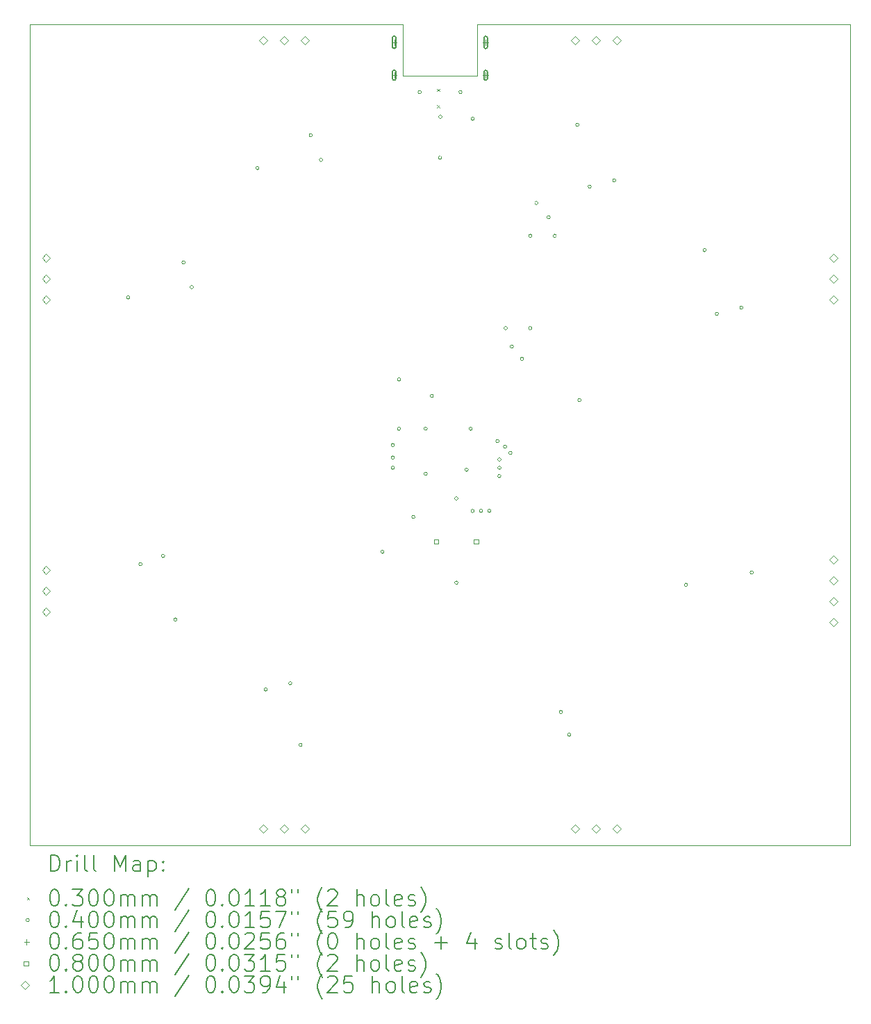
<source format=gbr>
%FSLAX45Y45*%
G04 Gerber Fmt 4.5, Leading zero omitted, Abs format (unit mm)*
G04 Created by KiCad (PCBNEW (6.0.5)) date 2022-06-26 21:28:53*
%MOMM*%
%LPD*%
G01*
G04 APERTURE LIST*
%TA.AperFunction,Profile*%
%ADD10C,0.100000*%
%TD*%
%ADD11C,0.200000*%
%ADD12C,0.030000*%
%ADD13C,0.040000*%
%ADD14C,0.064998*%
%ADD15C,0.080000*%
%ADD16C,0.100000*%
G04 APERTURE END LIST*
D10*
X24000000Y-3800000D02*
X24000000Y-13800000D01*
X24000000Y-13800000D02*
X14000000Y-13800000D01*
X14000000Y-13800000D02*
X14000000Y-3800000D01*
X19450000Y-3800000D02*
X19450000Y-4430000D01*
X18550000Y-3800000D02*
X14000000Y-3800000D01*
X19450000Y-3800000D02*
X24000000Y-3800000D01*
X19450000Y-4430000D02*
X18550000Y-4430000D01*
X18550000Y-4430000D02*
X18550000Y-3800000D01*
D11*
D12*
X18962450Y-4585000D02*
X18992450Y-4615000D01*
X18992450Y-4585000D02*
X18962450Y-4615000D01*
X18962450Y-4785000D02*
X18992450Y-4815000D01*
X18992450Y-4785000D02*
X18962450Y-4815000D01*
D13*
X15220000Y-7125000D02*
G75*
G03*
X15220000Y-7125000I-20000J0D01*
G01*
X15370000Y-10375000D02*
G75*
G03*
X15370000Y-10375000I-20000J0D01*
G01*
X15645000Y-10275000D02*
G75*
G03*
X15645000Y-10275000I-20000J0D01*
G01*
X15795000Y-11050000D02*
G75*
G03*
X15795000Y-11050000I-20000J0D01*
G01*
X15895000Y-6700000D02*
G75*
G03*
X15895000Y-6700000I-20000J0D01*
G01*
X15995000Y-7000000D02*
G75*
G03*
X15995000Y-7000000I-20000J0D01*
G01*
X16795000Y-5550000D02*
G75*
G03*
X16795000Y-5550000I-20000J0D01*
G01*
X16895000Y-11900000D02*
G75*
G03*
X16895000Y-11900000I-20000J0D01*
G01*
X17195000Y-11825000D02*
G75*
G03*
X17195000Y-11825000I-20000J0D01*
G01*
X17320000Y-12575000D02*
G75*
G03*
X17320000Y-12575000I-20000J0D01*
G01*
X17445000Y-5150000D02*
G75*
G03*
X17445000Y-5150000I-20000J0D01*
G01*
X17570000Y-5450000D02*
G75*
G03*
X17570000Y-5450000I-20000J0D01*
G01*
X18320000Y-10225000D02*
G75*
G03*
X18320000Y-10225000I-20000J0D01*
G01*
X18445000Y-8925000D02*
G75*
G03*
X18445000Y-8925000I-20000J0D01*
G01*
X18445000Y-9075000D02*
G75*
G03*
X18445000Y-9075000I-20000J0D01*
G01*
X18445000Y-9200000D02*
G75*
G03*
X18445000Y-9200000I-20000J0D01*
G01*
X18520000Y-8125000D02*
G75*
G03*
X18520000Y-8125000I-20000J0D01*
G01*
X18520000Y-8725000D02*
G75*
G03*
X18520000Y-8725000I-20000J0D01*
G01*
X18695000Y-9800000D02*
G75*
G03*
X18695000Y-9800000I-20000J0D01*
G01*
X18772550Y-4625000D02*
G75*
G03*
X18772550Y-4625000I-20000J0D01*
G01*
X18845000Y-8725000D02*
G75*
G03*
X18845000Y-8725000I-20000J0D01*
G01*
X18845000Y-9275000D02*
G75*
G03*
X18845000Y-9275000I-20000J0D01*
G01*
X18920000Y-8325000D02*
G75*
G03*
X18920000Y-8325000I-20000J0D01*
G01*
X19020000Y-5425000D02*
G75*
G03*
X19020000Y-5425000I-20000J0D01*
G01*
X19024288Y-4925762D02*
G75*
G03*
X19024288Y-4925762I-20000J0D01*
G01*
X19220000Y-9575000D02*
G75*
G03*
X19220000Y-9575000I-20000J0D01*
G01*
X19220000Y-10600000D02*
G75*
G03*
X19220000Y-10600000I-20000J0D01*
G01*
X19270000Y-4625000D02*
G75*
G03*
X19270000Y-4625000I-20000J0D01*
G01*
X19345000Y-9225000D02*
G75*
G03*
X19345000Y-9225000I-20000J0D01*
G01*
X19395000Y-8725000D02*
G75*
G03*
X19395000Y-8725000I-20000J0D01*
G01*
X19418261Y-9726396D02*
G75*
G03*
X19418261Y-9726396I-20000J0D01*
G01*
X19420000Y-4950000D02*
G75*
G03*
X19420000Y-4950000I-20000J0D01*
G01*
X19519607Y-9725000D02*
G75*
G03*
X19519607Y-9725000I-20000J0D01*
G01*
X19622350Y-9725000D02*
G75*
G03*
X19622350Y-9725000I-20000J0D01*
G01*
X19720000Y-8875000D02*
G75*
G03*
X19720000Y-8875000I-20000J0D01*
G01*
X19743629Y-9301371D02*
G75*
G03*
X19743629Y-9301371I-20000J0D01*
G01*
X19745000Y-9100000D02*
G75*
G03*
X19745000Y-9100000I-20000J0D01*
G01*
X19745000Y-9200000D02*
G75*
G03*
X19745000Y-9200000I-20000J0D01*
G01*
X19814048Y-8942882D02*
G75*
G03*
X19814048Y-8942882I-20000J0D01*
G01*
X19820000Y-7500000D02*
G75*
G03*
X19820000Y-7500000I-20000J0D01*
G01*
X19878164Y-9019558D02*
G75*
G03*
X19878164Y-9019558I-20000J0D01*
G01*
X19895000Y-7725000D02*
G75*
G03*
X19895000Y-7725000I-20000J0D01*
G01*
X20020000Y-7875000D02*
G75*
G03*
X20020000Y-7875000I-20000J0D01*
G01*
X20120000Y-6375000D02*
G75*
G03*
X20120000Y-6375000I-20000J0D01*
G01*
X20120000Y-7500000D02*
G75*
G03*
X20120000Y-7500000I-20000J0D01*
G01*
X20195000Y-5975000D02*
G75*
G03*
X20195000Y-5975000I-20000J0D01*
G01*
X20345000Y-6150000D02*
G75*
G03*
X20345000Y-6150000I-20000J0D01*
G01*
X20420000Y-6375000D02*
G75*
G03*
X20420000Y-6375000I-20000J0D01*
G01*
X20495000Y-12175000D02*
G75*
G03*
X20495000Y-12175000I-20000J0D01*
G01*
X20595000Y-12450000D02*
G75*
G03*
X20595000Y-12450000I-20000J0D01*
G01*
X20695000Y-5025000D02*
G75*
G03*
X20695000Y-5025000I-20000J0D01*
G01*
X20720000Y-8375000D02*
G75*
G03*
X20720000Y-8375000I-20000J0D01*
G01*
X20845000Y-5775000D02*
G75*
G03*
X20845000Y-5775000I-20000J0D01*
G01*
X21145000Y-5700000D02*
G75*
G03*
X21145000Y-5700000I-20000J0D01*
G01*
X22020000Y-10625000D02*
G75*
G03*
X22020000Y-10625000I-20000J0D01*
G01*
X22245000Y-6550000D02*
G75*
G03*
X22245000Y-6550000I-20000J0D01*
G01*
X22395000Y-7325000D02*
G75*
G03*
X22395000Y-7325000I-20000J0D01*
G01*
X22695000Y-7250000D02*
G75*
G03*
X22695000Y-7250000I-20000J0D01*
G01*
X22820000Y-10475000D02*
G75*
G03*
X22820000Y-10475000I-20000J0D01*
G01*
D14*
X18442000Y-3987001D02*
X18442000Y-4051999D01*
X18409501Y-4019500D02*
X18474499Y-4019500D01*
D11*
X18464499Y-4072002D02*
X18464499Y-3966998D01*
X18419501Y-4072002D02*
X18419501Y-3966998D01*
X18464499Y-3966998D02*
G75*
G03*
X18419501Y-3966998I-22499J0D01*
G01*
X18419501Y-4072002D02*
G75*
G03*
X18464499Y-4072002I22499J0D01*
G01*
D14*
X18442000Y-4387001D02*
X18442000Y-4451999D01*
X18409501Y-4419500D02*
X18474499Y-4419500D01*
D11*
X18464499Y-4457001D02*
X18464499Y-4382000D01*
X18419501Y-4457001D02*
X18419501Y-4382000D01*
X18464499Y-4382000D02*
G75*
G03*
X18419501Y-4382000I-22499J0D01*
G01*
X18419501Y-4457001D02*
G75*
G03*
X18464499Y-4457001I22499J0D01*
G01*
D14*
X19558000Y-3987001D02*
X19558000Y-4051999D01*
X19525501Y-4019500D02*
X19590499Y-4019500D01*
D11*
X19580499Y-4072002D02*
X19580499Y-3966998D01*
X19535501Y-4072002D02*
X19535501Y-3966998D01*
X19580499Y-3966998D02*
G75*
G03*
X19535501Y-3966998I-22499J0D01*
G01*
X19535501Y-4072002D02*
G75*
G03*
X19580499Y-4072002I22499J0D01*
G01*
D14*
X19558000Y-4387001D02*
X19558000Y-4451999D01*
X19525501Y-4419500D02*
X19590499Y-4419500D01*
D11*
X19580499Y-4457001D02*
X19580499Y-4382000D01*
X19535501Y-4457001D02*
X19535501Y-4382000D01*
X19580499Y-4382000D02*
G75*
G03*
X19535501Y-4382000I-22499J0D01*
G01*
X19535501Y-4457001D02*
G75*
G03*
X19580499Y-4457001I22499J0D01*
G01*
D15*
X18983285Y-10128285D02*
X18983285Y-10071716D01*
X18926716Y-10071716D01*
X18926716Y-10128285D01*
X18983285Y-10128285D01*
X19471285Y-10128285D02*
X19471285Y-10071716D01*
X19414716Y-10071716D01*
X19414716Y-10128285D01*
X19471285Y-10128285D01*
D16*
X14200000Y-6696000D02*
X14250000Y-6646000D01*
X14200000Y-6596000D01*
X14150000Y-6646000D01*
X14200000Y-6696000D01*
X14200000Y-6950000D02*
X14250000Y-6900000D01*
X14200000Y-6850000D01*
X14150000Y-6900000D01*
X14200000Y-6950000D01*
X14200000Y-7204000D02*
X14250000Y-7154000D01*
X14200000Y-7104000D01*
X14150000Y-7154000D01*
X14200000Y-7204000D01*
X14200000Y-10496000D02*
X14250000Y-10446000D01*
X14200000Y-10396000D01*
X14150000Y-10446000D01*
X14200000Y-10496000D01*
X14200000Y-10750000D02*
X14250000Y-10700000D01*
X14200000Y-10650000D01*
X14150000Y-10700000D01*
X14200000Y-10750000D01*
X14200000Y-11004000D02*
X14250000Y-10954000D01*
X14200000Y-10904000D01*
X14150000Y-10954000D01*
X14200000Y-11004000D01*
X16847500Y-4047500D02*
X16897500Y-3997500D01*
X16847500Y-3947500D01*
X16797500Y-3997500D01*
X16847500Y-4047500D01*
X16847500Y-13647500D02*
X16897500Y-13597500D01*
X16847500Y-13547500D01*
X16797500Y-13597500D01*
X16847500Y-13647500D01*
X17101500Y-4047500D02*
X17151500Y-3997500D01*
X17101500Y-3947500D01*
X17051500Y-3997500D01*
X17101500Y-4047500D01*
X17101500Y-13647500D02*
X17151500Y-13597500D01*
X17101500Y-13547500D01*
X17051500Y-13597500D01*
X17101500Y-13647500D01*
X17355500Y-4047500D02*
X17405500Y-3997500D01*
X17355500Y-3947500D01*
X17305500Y-3997500D01*
X17355500Y-4047500D01*
X17355500Y-13647500D02*
X17405500Y-13597500D01*
X17355500Y-13547500D01*
X17305500Y-13597500D01*
X17355500Y-13647500D01*
X20647500Y-4047500D02*
X20697500Y-3997500D01*
X20647500Y-3947500D01*
X20597500Y-3997500D01*
X20647500Y-4047500D01*
X20647500Y-13647500D02*
X20697500Y-13597500D01*
X20647500Y-13547500D01*
X20597500Y-13597500D01*
X20647500Y-13647500D01*
X20901500Y-4047500D02*
X20951500Y-3997500D01*
X20901500Y-3947500D01*
X20851500Y-3997500D01*
X20901500Y-4047500D01*
X20901500Y-13647500D02*
X20951500Y-13597500D01*
X20901500Y-13547500D01*
X20851500Y-13597500D01*
X20901500Y-13647500D01*
X21155500Y-4047500D02*
X21205500Y-3997500D01*
X21155500Y-3947500D01*
X21105500Y-3997500D01*
X21155500Y-4047500D01*
X21155500Y-13647500D02*
X21205500Y-13597500D01*
X21155500Y-13547500D01*
X21105500Y-13597500D01*
X21155500Y-13647500D01*
X23797500Y-10371000D02*
X23847500Y-10321000D01*
X23797500Y-10271000D01*
X23747500Y-10321000D01*
X23797500Y-10371000D01*
X23797500Y-10625000D02*
X23847500Y-10575000D01*
X23797500Y-10525000D01*
X23747500Y-10575000D01*
X23797500Y-10625000D01*
X23797500Y-10879000D02*
X23847500Y-10829000D01*
X23797500Y-10779000D01*
X23747500Y-10829000D01*
X23797500Y-10879000D01*
X23797500Y-11133000D02*
X23847500Y-11083000D01*
X23797500Y-11033000D01*
X23747500Y-11083000D01*
X23797500Y-11133000D01*
X23800000Y-6696000D02*
X23850000Y-6646000D01*
X23800000Y-6596000D01*
X23750000Y-6646000D01*
X23800000Y-6696000D01*
X23800000Y-6950000D02*
X23850000Y-6900000D01*
X23800000Y-6850000D01*
X23750000Y-6900000D01*
X23800000Y-6950000D01*
X23800000Y-7204000D02*
X23850000Y-7154000D01*
X23800000Y-7104000D01*
X23750000Y-7154000D01*
X23800000Y-7204000D01*
D11*
X14252619Y-14115476D02*
X14252619Y-13915476D01*
X14300238Y-13915476D01*
X14328809Y-13925000D01*
X14347857Y-13944048D01*
X14357381Y-13963095D01*
X14366905Y-14001190D01*
X14366905Y-14029762D01*
X14357381Y-14067857D01*
X14347857Y-14086905D01*
X14328809Y-14105952D01*
X14300238Y-14115476D01*
X14252619Y-14115476D01*
X14452619Y-14115476D02*
X14452619Y-13982143D01*
X14452619Y-14020238D02*
X14462143Y-14001190D01*
X14471667Y-13991667D01*
X14490714Y-13982143D01*
X14509762Y-13982143D01*
X14576428Y-14115476D02*
X14576428Y-13982143D01*
X14576428Y-13915476D02*
X14566905Y-13925000D01*
X14576428Y-13934524D01*
X14585952Y-13925000D01*
X14576428Y-13915476D01*
X14576428Y-13934524D01*
X14700238Y-14115476D02*
X14681190Y-14105952D01*
X14671667Y-14086905D01*
X14671667Y-13915476D01*
X14805000Y-14115476D02*
X14785952Y-14105952D01*
X14776428Y-14086905D01*
X14776428Y-13915476D01*
X15033571Y-14115476D02*
X15033571Y-13915476D01*
X15100238Y-14058333D01*
X15166905Y-13915476D01*
X15166905Y-14115476D01*
X15347857Y-14115476D02*
X15347857Y-14010714D01*
X15338333Y-13991667D01*
X15319286Y-13982143D01*
X15281190Y-13982143D01*
X15262143Y-13991667D01*
X15347857Y-14105952D02*
X15328809Y-14115476D01*
X15281190Y-14115476D01*
X15262143Y-14105952D01*
X15252619Y-14086905D01*
X15252619Y-14067857D01*
X15262143Y-14048809D01*
X15281190Y-14039286D01*
X15328809Y-14039286D01*
X15347857Y-14029762D01*
X15443095Y-13982143D02*
X15443095Y-14182143D01*
X15443095Y-13991667D02*
X15462143Y-13982143D01*
X15500238Y-13982143D01*
X15519286Y-13991667D01*
X15528809Y-14001190D01*
X15538333Y-14020238D01*
X15538333Y-14077381D01*
X15528809Y-14096428D01*
X15519286Y-14105952D01*
X15500238Y-14115476D01*
X15462143Y-14115476D01*
X15443095Y-14105952D01*
X15624048Y-14096428D02*
X15633571Y-14105952D01*
X15624048Y-14115476D01*
X15614524Y-14105952D01*
X15624048Y-14096428D01*
X15624048Y-14115476D01*
X15624048Y-13991667D02*
X15633571Y-14001190D01*
X15624048Y-14010714D01*
X15614524Y-14001190D01*
X15624048Y-13991667D01*
X15624048Y-14010714D01*
D12*
X13965000Y-14430000D02*
X13995000Y-14460000D01*
X13995000Y-14430000D02*
X13965000Y-14460000D01*
D11*
X14290714Y-14335476D02*
X14309762Y-14335476D01*
X14328809Y-14345000D01*
X14338333Y-14354524D01*
X14347857Y-14373571D01*
X14357381Y-14411667D01*
X14357381Y-14459286D01*
X14347857Y-14497381D01*
X14338333Y-14516428D01*
X14328809Y-14525952D01*
X14309762Y-14535476D01*
X14290714Y-14535476D01*
X14271667Y-14525952D01*
X14262143Y-14516428D01*
X14252619Y-14497381D01*
X14243095Y-14459286D01*
X14243095Y-14411667D01*
X14252619Y-14373571D01*
X14262143Y-14354524D01*
X14271667Y-14345000D01*
X14290714Y-14335476D01*
X14443095Y-14516428D02*
X14452619Y-14525952D01*
X14443095Y-14535476D01*
X14433571Y-14525952D01*
X14443095Y-14516428D01*
X14443095Y-14535476D01*
X14519286Y-14335476D02*
X14643095Y-14335476D01*
X14576428Y-14411667D01*
X14605000Y-14411667D01*
X14624048Y-14421190D01*
X14633571Y-14430714D01*
X14643095Y-14449762D01*
X14643095Y-14497381D01*
X14633571Y-14516428D01*
X14624048Y-14525952D01*
X14605000Y-14535476D01*
X14547857Y-14535476D01*
X14528809Y-14525952D01*
X14519286Y-14516428D01*
X14766905Y-14335476D02*
X14785952Y-14335476D01*
X14805000Y-14345000D01*
X14814524Y-14354524D01*
X14824048Y-14373571D01*
X14833571Y-14411667D01*
X14833571Y-14459286D01*
X14824048Y-14497381D01*
X14814524Y-14516428D01*
X14805000Y-14525952D01*
X14785952Y-14535476D01*
X14766905Y-14535476D01*
X14747857Y-14525952D01*
X14738333Y-14516428D01*
X14728809Y-14497381D01*
X14719286Y-14459286D01*
X14719286Y-14411667D01*
X14728809Y-14373571D01*
X14738333Y-14354524D01*
X14747857Y-14345000D01*
X14766905Y-14335476D01*
X14957381Y-14335476D02*
X14976428Y-14335476D01*
X14995476Y-14345000D01*
X15005000Y-14354524D01*
X15014524Y-14373571D01*
X15024048Y-14411667D01*
X15024048Y-14459286D01*
X15014524Y-14497381D01*
X15005000Y-14516428D01*
X14995476Y-14525952D01*
X14976428Y-14535476D01*
X14957381Y-14535476D01*
X14938333Y-14525952D01*
X14928809Y-14516428D01*
X14919286Y-14497381D01*
X14909762Y-14459286D01*
X14909762Y-14411667D01*
X14919286Y-14373571D01*
X14928809Y-14354524D01*
X14938333Y-14345000D01*
X14957381Y-14335476D01*
X15109762Y-14535476D02*
X15109762Y-14402143D01*
X15109762Y-14421190D02*
X15119286Y-14411667D01*
X15138333Y-14402143D01*
X15166905Y-14402143D01*
X15185952Y-14411667D01*
X15195476Y-14430714D01*
X15195476Y-14535476D01*
X15195476Y-14430714D02*
X15205000Y-14411667D01*
X15224048Y-14402143D01*
X15252619Y-14402143D01*
X15271667Y-14411667D01*
X15281190Y-14430714D01*
X15281190Y-14535476D01*
X15376428Y-14535476D02*
X15376428Y-14402143D01*
X15376428Y-14421190D02*
X15385952Y-14411667D01*
X15405000Y-14402143D01*
X15433571Y-14402143D01*
X15452619Y-14411667D01*
X15462143Y-14430714D01*
X15462143Y-14535476D01*
X15462143Y-14430714D02*
X15471667Y-14411667D01*
X15490714Y-14402143D01*
X15519286Y-14402143D01*
X15538333Y-14411667D01*
X15547857Y-14430714D01*
X15547857Y-14535476D01*
X15938333Y-14325952D02*
X15766905Y-14583095D01*
X16195476Y-14335476D02*
X16214524Y-14335476D01*
X16233571Y-14345000D01*
X16243095Y-14354524D01*
X16252619Y-14373571D01*
X16262143Y-14411667D01*
X16262143Y-14459286D01*
X16252619Y-14497381D01*
X16243095Y-14516428D01*
X16233571Y-14525952D01*
X16214524Y-14535476D01*
X16195476Y-14535476D01*
X16176428Y-14525952D01*
X16166905Y-14516428D01*
X16157381Y-14497381D01*
X16147857Y-14459286D01*
X16147857Y-14411667D01*
X16157381Y-14373571D01*
X16166905Y-14354524D01*
X16176428Y-14345000D01*
X16195476Y-14335476D01*
X16347857Y-14516428D02*
X16357381Y-14525952D01*
X16347857Y-14535476D01*
X16338333Y-14525952D01*
X16347857Y-14516428D01*
X16347857Y-14535476D01*
X16481190Y-14335476D02*
X16500238Y-14335476D01*
X16519286Y-14345000D01*
X16528809Y-14354524D01*
X16538333Y-14373571D01*
X16547857Y-14411667D01*
X16547857Y-14459286D01*
X16538333Y-14497381D01*
X16528809Y-14516428D01*
X16519286Y-14525952D01*
X16500238Y-14535476D01*
X16481190Y-14535476D01*
X16462143Y-14525952D01*
X16452619Y-14516428D01*
X16443095Y-14497381D01*
X16433571Y-14459286D01*
X16433571Y-14411667D01*
X16443095Y-14373571D01*
X16452619Y-14354524D01*
X16462143Y-14345000D01*
X16481190Y-14335476D01*
X16738333Y-14535476D02*
X16624048Y-14535476D01*
X16681190Y-14535476D02*
X16681190Y-14335476D01*
X16662143Y-14364048D01*
X16643095Y-14383095D01*
X16624048Y-14392619D01*
X16928810Y-14535476D02*
X16814524Y-14535476D01*
X16871667Y-14535476D02*
X16871667Y-14335476D01*
X16852619Y-14364048D01*
X16833571Y-14383095D01*
X16814524Y-14392619D01*
X17043095Y-14421190D02*
X17024048Y-14411667D01*
X17014524Y-14402143D01*
X17005000Y-14383095D01*
X17005000Y-14373571D01*
X17014524Y-14354524D01*
X17024048Y-14345000D01*
X17043095Y-14335476D01*
X17081190Y-14335476D01*
X17100238Y-14345000D01*
X17109762Y-14354524D01*
X17119286Y-14373571D01*
X17119286Y-14383095D01*
X17109762Y-14402143D01*
X17100238Y-14411667D01*
X17081190Y-14421190D01*
X17043095Y-14421190D01*
X17024048Y-14430714D01*
X17014524Y-14440238D01*
X17005000Y-14459286D01*
X17005000Y-14497381D01*
X17014524Y-14516428D01*
X17024048Y-14525952D01*
X17043095Y-14535476D01*
X17081190Y-14535476D01*
X17100238Y-14525952D01*
X17109762Y-14516428D01*
X17119286Y-14497381D01*
X17119286Y-14459286D01*
X17109762Y-14440238D01*
X17100238Y-14430714D01*
X17081190Y-14421190D01*
X17195476Y-14335476D02*
X17195476Y-14373571D01*
X17271667Y-14335476D02*
X17271667Y-14373571D01*
X17566905Y-14611667D02*
X17557381Y-14602143D01*
X17538333Y-14573571D01*
X17528810Y-14554524D01*
X17519286Y-14525952D01*
X17509762Y-14478333D01*
X17509762Y-14440238D01*
X17519286Y-14392619D01*
X17528810Y-14364048D01*
X17538333Y-14345000D01*
X17557381Y-14316428D01*
X17566905Y-14306905D01*
X17633571Y-14354524D02*
X17643095Y-14345000D01*
X17662143Y-14335476D01*
X17709762Y-14335476D01*
X17728810Y-14345000D01*
X17738333Y-14354524D01*
X17747857Y-14373571D01*
X17747857Y-14392619D01*
X17738333Y-14421190D01*
X17624048Y-14535476D01*
X17747857Y-14535476D01*
X17985952Y-14535476D02*
X17985952Y-14335476D01*
X18071667Y-14535476D02*
X18071667Y-14430714D01*
X18062143Y-14411667D01*
X18043095Y-14402143D01*
X18014524Y-14402143D01*
X17995476Y-14411667D01*
X17985952Y-14421190D01*
X18195476Y-14535476D02*
X18176429Y-14525952D01*
X18166905Y-14516428D01*
X18157381Y-14497381D01*
X18157381Y-14440238D01*
X18166905Y-14421190D01*
X18176429Y-14411667D01*
X18195476Y-14402143D01*
X18224048Y-14402143D01*
X18243095Y-14411667D01*
X18252619Y-14421190D01*
X18262143Y-14440238D01*
X18262143Y-14497381D01*
X18252619Y-14516428D01*
X18243095Y-14525952D01*
X18224048Y-14535476D01*
X18195476Y-14535476D01*
X18376429Y-14535476D02*
X18357381Y-14525952D01*
X18347857Y-14506905D01*
X18347857Y-14335476D01*
X18528810Y-14525952D02*
X18509762Y-14535476D01*
X18471667Y-14535476D01*
X18452619Y-14525952D01*
X18443095Y-14506905D01*
X18443095Y-14430714D01*
X18452619Y-14411667D01*
X18471667Y-14402143D01*
X18509762Y-14402143D01*
X18528810Y-14411667D01*
X18538333Y-14430714D01*
X18538333Y-14449762D01*
X18443095Y-14468809D01*
X18614524Y-14525952D02*
X18633571Y-14535476D01*
X18671667Y-14535476D01*
X18690714Y-14525952D01*
X18700238Y-14506905D01*
X18700238Y-14497381D01*
X18690714Y-14478333D01*
X18671667Y-14468809D01*
X18643095Y-14468809D01*
X18624048Y-14459286D01*
X18614524Y-14440238D01*
X18614524Y-14430714D01*
X18624048Y-14411667D01*
X18643095Y-14402143D01*
X18671667Y-14402143D01*
X18690714Y-14411667D01*
X18766905Y-14611667D02*
X18776429Y-14602143D01*
X18795476Y-14573571D01*
X18805000Y-14554524D01*
X18814524Y-14525952D01*
X18824048Y-14478333D01*
X18824048Y-14440238D01*
X18814524Y-14392619D01*
X18805000Y-14364048D01*
X18795476Y-14345000D01*
X18776429Y-14316428D01*
X18766905Y-14306905D01*
D13*
X13995000Y-14709000D02*
G75*
G03*
X13995000Y-14709000I-20000J0D01*
G01*
D11*
X14290714Y-14599476D02*
X14309762Y-14599476D01*
X14328809Y-14609000D01*
X14338333Y-14618524D01*
X14347857Y-14637571D01*
X14357381Y-14675667D01*
X14357381Y-14723286D01*
X14347857Y-14761381D01*
X14338333Y-14780428D01*
X14328809Y-14789952D01*
X14309762Y-14799476D01*
X14290714Y-14799476D01*
X14271667Y-14789952D01*
X14262143Y-14780428D01*
X14252619Y-14761381D01*
X14243095Y-14723286D01*
X14243095Y-14675667D01*
X14252619Y-14637571D01*
X14262143Y-14618524D01*
X14271667Y-14609000D01*
X14290714Y-14599476D01*
X14443095Y-14780428D02*
X14452619Y-14789952D01*
X14443095Y-14799476D01*
X14433571Y-14789952D01*
X14443095Y-14780428D01*
X14443095Y-14799476D01*
X14624048Y-14666143D02*
X14624048Y-14799476D01*
X14576428Y-14589952D02*
X14528809Y-14732809D01*
X14652619Y-14732809D01*
X14766905Y-14599476D02*
X14785952Y-14599476D01*
X14805000Y-14609000D01*
X14814524Y-14618524D01*
X14824048Y-14637571D01*
X14833571Y-14675667D01*
X14833571Y-14723286D01*
X14824048Y-14761381D01*
X14814524Y-14780428D01*
X14805000Y-14789952D01*
X14785952Y-14799476D01*
X14766905Y-14799476D01*
X14747857Y-14789952D01*
X14738333Y-14780428D01*
X14728809Y-14761381D01*
X14719286Y-14723286D01*
X14719286Y-14675667D01*
X14728809Y-14637571D01*
X14738333Y-14618524D01*
X14747857Y-14609000D01*
X14766905Y-14599476D01*
X14957381Y-14599476D02*
X14976428Y-14599476D01*
X14995476Y-14609000D01*
X15005000Y-14618524D01*
X15014524Y-14637571D01*
X15024048Y-14675667D01*
X15024048Y-14723286D01*
X15014524Y-14761381D01*
X15005000Y-14780428D01*
X14995476Y-14789952D01*
X14976428Y-14799476D01*
X14957381Y-14799476D01*
X14938333Y-14789952D01*
X14928809Y-14780428D01*
X14919286Y-14761381D01*
X14909762Y-14723286D01*
X14909762Y-14675667D01*
X14919286Y-14637571D01*
X14928809Y-14618524D01*
X14938333Y-14609000D01*
X14957381Y-14599476D01*
X15109762Y-14799476D02*
X15109762Y-14666143D01*
X15109762Y-14685190D02*
X15119286Y-14675667D01*
X15138333Y-14666143D01*
X15166905Y-14666143D01*
X15185952Y-14675667D01*
X15195476Y-14694714D01*
X15195476Y-14799476D01*
X15195476Y-14694714D02*
X15205000Y-14675667D01*
X15224048Y-14666143D01*
X15252619Y-14666143D01*
X15271667Y-14675667D01*
X15281190Y-14694714D01*
X15281190Y-14799476D01*
X15376428Y-14799476D02*
X15376428Y-14666143D01*
X15376428Y-14685190D02*
X15385952Y-14675667D01*
X15405000Y-14666143D01*
X15433571Y-14666143D01*
X15452619Y-14675667D01*
X15462143Y-14694714D01*
X15462143Y-14799476D01*
X15462143Y-14694714D02*
X15471667Y-14675667D01*
X15490714Y-14666143D01*
X15519286Y-14666143D01*
X15538333Y-14675667D01*
X15547857Y-14694714D01*
X15547857Y-14799476D01*
X15938333Y-14589952D02*
X15766905Y-14847095D01*
X16195476Y-14599476D02*
X16214524Y-14599476D01*
X16233571Y-14609000D01*
X16243095Y-14618524D01*
X16252619Y-14637571D01*
X16262143Y-14675667D01*
X16262143Y-14723286D01*
X16252619Y-14761381D01*
X16243095Y-14780428D01*
X16233571Y-14789952D01*
X16214524Y-14799476D01*
X16195476Y-14799476D01*
X16176428Y-14789952D01*
X16166905Y-14780428D01*
X16157381Y-14761381D01*
X16147857Y-14723286D01*
X16147857Y-14675667D01*
X16157381Y-14637571D01*
X16166905Y-14618524D01*
X16176428Y-14609000D01*
X16195476Y-14599476D01*
X16347857Y-14780428D02*
X16357381Y-14789952D01*
X16347857Y-14799476D01*
X16338333Y-14789952D01*
X16347857Y-14780428D01*
X16347857Y-14799476D01*
X16481190Y-14599476D02*
X16500238Y-14599476D01*
X16519286Y-14609000D01*
X16528809Y-14618524D01*
X16538333Y-14637571D01*
X16547857Y-14675667D01*
X16547857Y-14723286D01*
X16538333Y-14761381D01*
X16528809Y-14780428D01*
X16519286Y-14789952D01*
X16500238Y-14799476D01*
X16481190Y-14799476D01*
X16462143Y-14789952D01*
X16452619Y-14780428D01*
X16443095Y-14761381D01*
X16433571Y-14723286D01*
X16433571Y-14675667D01*
X16443095Y-14637571D01*
X16452619Y-14618524D01*
X16462143Y-14609000D01*
X16481190Y-14599476D01*
X16738333Y-14799476D02*
X16624048Y-14799476D01*
X16681190Y-14799476D02*
X16681190Y-14599476D01*
X16662143Y-14628048D01*
X16643095Y-14647095D01*
X16624048Y-14656619D01*
X16919286Y-14599476D02*
X16824048Y-14599476D01*
X16814524Y-14694714D01*
X16824048Y-14685190D01*
X16843095Y-14675667D01*
X16890714Y-14675667D01*
X16909762Y-14685190D01*
X16919286Y-14694714D01*
X16928810Y-14713762D01*
X16928810Y-14761381D01*
X16919286Y-14780428D01*
X16909762Y-14789952D01*
X16890714Y-14799476D01*
X16843095Y-14799476D01*
X16824048Y-14789952D01*
X16814524Y-14780428D01*
X16995476Y-14599476D02*
X17128810Y-14599476D01*
X17043095Y-14799476D01*
X17195476Y-14599476D02*
X17195476Y-14637571D01*
X17271667Y-14599476D02*
X17271667Y-14637571D01*
X17566905Y-14875667D02*
X17557381Y-14866143D01*
X17538333Y-14837571D01*
X17528810Y-14818524D01*
X17519286Y-14789952D01*
X17509762Y-14742333D01*
X17509762Y-14704238D01*
X17519286Y-14656619D01*
X17528810Y-14628048D01*
X17538333Y-14609000D01*
X17557381Y-14580428D01*
X17566905Y-14570905D01*
X17738333Y-14599476D02*
X17643095Y-14599476D01*
X17633571Y-14694714D01*
X17643095Y-14685190D01*
X17662143Y-14675667D01*
X17709762Y-14675667D01*
X17728810Y-14685190D01*
X17738333Y-14694714D01*
X17747857Y-14713762D01*
X17747857Y-14761381D01*
X17738333Y-14780428D01*
X17728810Y-14789952D01*
X17709762Y-14799476D01*
X17662143Y-14799476D01*
X17643095Y-14789952D01*
X17633571Y-14780428D01*
X17843095Y-14799476D02*
X17881190Y-14799476D01*
X17900238Y-14789952D01*
X17909762Y-14780428D01*
X17928810Y-14751857D01*
X17938333Y-14713762D01*
X17938333Y-14637571D01*
X17928810Y-14618524D01*
X17919286Y-14609000D01*
X17900238Y-14599476D01*
X17862143Y-14599476D01*
X17843095Y-14609000D01*
X17833571Y-14618524D01*
X17824048Y-14637571D01*
X17824048Y-14685190D01*
X17833571Y-14704238D01*
X17843095Y-14713762D01*
X17862143Y-14723286D01*
X17900238Y-14723286D01*
X17919286Y-14713762D01*
X17928810Y-14704238D01*
X17938333Y-14685190D01*
X18176429Y-14799476D02*
X18176429Y-14599476D01*
X18262143Y-14799476D02*
X18262143Y-14694714D01*
X18252619Y-14675667D01*
X18233571Y-14666143D01*
X18205000Y-14666143D01*
X18185952Y-14675667D01*
X18176429Y-14685190D01*
X18385952Y-14799476D02*
X18366905Y-14789952D01*
X18357381Y-14780428D01*
X18347857Y-14761381D01*
X18347857Y-14704238D01*
X18357381Y-14685190D01*
X18366905Y-14675667D01*
X18385952Y-14666143D01*
X18414524Y-14666143D01*
X18433571Y-14675667D01*
X18443095Y-14685190D01*
X18452619Y-14704238D01*
X18452619Y-14761381D01*
X18443095Y-14780428D01*
X18433571Y-14789952D01*
X18414524Y-14799476D01*
X18385952Y-14799476D01*
X18566905Y-14799476D02*
X18547857Y-14789952D01*
X18538333Y-14770905D01*
X18538333Y-14599476D01*
X18719286Y-14789952D02*
X18700238Y-14799476D01*
X18662143Y-14799476D01*
X18643095Y-14789952D01*
X18633571Y-14770905D01*
X18633571Y-14694714D01*
X18643095Y-14675667D01*
X18662143Y-14666143D01*
X18700238Y-14666143D01*
X18719286Y-14675667D01*
X18728810Y-14694714D01*
X18728810Y-14713762D01*
X18633571Y-14732809D01*
X18805000Y-14789952D02*
X18824048Y-14799476D01*
X18862143Y-14799476D01*
X18881190Y-14789952D01*
X18890714Y-14770905D01*
X18890714Y-14761381D01*
X18881190Y-14742333D01*
X18862143Y-14732809D01*
X18833571Y-14732809D01*
X18814524Y-14723286D01*
X18805000Y-14704238D01*
X18805000Y-14694714D01*
X18814524Y-14675667D01*
X18833571Y-14666143D01*
X18862143Y-14666143D01*
X18881190Y-14675667D01*
X18957381Y-14875667D02*
X18966905Y-14866143D01*
X18985952Y-14837571D01*
X18995476Y-14818524D01*
X19005000Y-14789952D01*
X19014524Y-14742333D01*
X19014524Y-14704238D01*
X19005000Y-14656619D01*
X18995476Y-14628048D01*
X18985952Y-14609000D01*
X18966905Y-14580428D01*
X18957381Y-14570905D01*
D14*
X13962501Y-14940501D02*
X13962501Y-15005499D01*
X13930001Y-14973000D02*
X13995000Y-14973000D01*
D11*
X14290714Y-14863476D02*
X14309762Y-14863476D01*
X14328809Y-14873000D01*
X14338333Y-14882524D01*
X14347857Y-14901571D01*
X14357381Y-14939667D01*
X14357381Y-14987286D01*
X14347857Y-15025381D01*
X14338333Y-15044428D01*
X14328809Y-15053952D01*
X14309762Y-15063476D01*
X14290714Y-15063476D01*
X14271667Y-15053952D01*
X14262143Y-15044428D01*
X14252619Y-15025381D01*
X14243095Y-14987286D01*
X14243095Y-14939667D01*
X14252619Y-14901571D01*
X14262143Y-14882524D01*
X14271667Y-14873000D01*
X14290714Y-14863476D01*
X14443095Y-15044428D02*
X14452619Y-15053952D01*
X14443095Y-15063476D01*
X14433571Y-15053952D01*
X14443095Y-15044428D01*
X14443095Y-15063476D01*
X14624048Y-14863476D02*
X14585952Y-14863476D01*
X14566905Y-14873000D01*
X14557381Y-14882524D01*
X14538333Y-14911095D01*
X14528809Y-14949190D01*
X14528809Y-15025381D01*
X14538333Y-15044428D01*
X14547857Y-15053952D01*
X14566905Y-15063476D01*
X14605000Y-15063476D01*
X14624048Y-15053952D01*
X14633571Y-15044428D01*
X14643095Y-15025381D01*
X14643095Y-14977762D01*
X14633571Y-14958714D01*
X14624048Y-14949190D01*
X14605000Y-14939667D01*
X14566905Y-14939667D01*
X14547857Y-14949190D01*
X14538333Y-14958714D01*
X14528809Y-14977762D01*
X14824048Y-14863476D02*
X14728809Y-14863476D01*
X14719286Y-14958714D01*
X14728809Y-14949190D01*
X14747857Y-14939667D01*
X14795476Y-14939667D01*
X14814524Y-14949190D01*
X14824048Y-14958714D01*
X14833571Y-14977762D01*
X14833571Y-15025381D01*
X14824048Y-15044428D01*
X14814524Y-15053952D01*
X14795476Y-15063476D01*
X14747857Y-15063476D01*
X14728809Y-15053952D01*
X14719286Y-15044428D01*
X14957381Y-14863476D02*
X14976428Y-14863476D01*
X14995476Y-14873000D01*
X15005000Y-14882524D01*
X15014524Y-14901571D01*
X15024048Y-14939667D01*
X15024048Y-14987286D01*
X15014524Y-15025381D01*
X15005000Y-15044428D01*
X14995476Y-15053952D01*
X14976428Y-15063476D01*
X14957381Y-15063476D01*
X14938333Y-15053952D01*
X14928809Y-15044428D01*
X14919286Y-15025381D01*
X14909762Y-14987286D01*
X14909762Y-14939667D01*
X14919286Y-14901571D01*
X14928809Y-14882524D01*
X14938333Y-14873000D01*
X14957381Y-14863476D01*
X15109762Y-15063476D02*
X15109762Y-14930143D01*
X15109762Y-14949190D02*
X15119286Y-14939667D01*
X15138333Y-14930143D01*
X15166905Y-14930143D01*
X15185952Y-14939667D01*
X15195476Y-14958714D01*
X15195476Y-15063476D01*
X15195476Y-14958714D02*
X15205000Y-14939667D01*
X15224048Y-14930143D01*
X15252619Y-14930143D01*
X15271667Y-14939667D01*
X15281190Y-14958714D01*
X15281190Y-15063476D01*
X15376428Y-15063476D02*
X15376428Y-14930143D01*
X15376428Y-14949190D02*
X15385952Y-14939667D01*
X15405000Y-14930143D01*
X15433571Y-14930143D01*
X15452619Y-14939667D01*
X15462143Y-14958714D01*
X15462143Y-15063476D01*
X15462143Y-14958714D02*
X15471667Y-14939667D01*
X15490714Y-14930143D01*
X15519286Y-14930143D01*
X15538333Y-14939667D01*
X15547857Y-14958714D01*
X15547857Y-15063476D01*
X15938333Y-14853952D02*
X15766905Y-15111095D01*
X16195476Y-14863476D02*
X16214524Y-14863476D01*
X16233571Y-14873000D01*
X16243095Y-14882524D01*
X16252619Y-14901571D01*
X16262143Y-14939667D01*
X16262143Y-14987286D01*
X16252619Y-15025381D01*
X16243095Y-15044428D01*
X16233571Y-15053952D01*
X16214524Y-15063476D01*
X16195476Y-15063476D01*
X16176428Y-15053952D01*
X16166905Y-15044428D01*
X16157381Y-15025381D01*
X16147857Y-14987286D01*
X16147857Y-14939667D01*
X16157381Y-14901571D01*
X16166905Y-14882524D01*
X16176428Y-14873000D01*
X16195476Y-14863476D01*
X16347857Y-15044428D02*
X16357381Y-15053952D01*
X16347857Y-15063476D01*
X16338333Y-15053952D01*
X16347857Y-15044428D01*
X16347857Y-15063476D01*
X16481190Y-14863476D02*
X16500238Y-14863476D01*
X16519286Y-14873000D01*
X16528809Y-14882524D01*
X16538333Y-14901571D01*
X16547857Y-14939667D01*
X16547857Y-14987286D01*
X16538333Y-15025381D01*
X16528809Y-15044428D01*
X16519286Y-15053952D01*
X16500238Y-15063476D01*
X16481190Y-15063476D01*
X16462143Y-15053952D01*
X16452619Y-15044428D01*
X16443095Y-15025381D01*
X16433571Y-14987286D01*
X16433571Y-14939667D01*
X16443095Y-14901571D01*
X16452619Y-14882524D01*
X16462143Y-14873000D01*
X16481190Y-14863476D01*
X16624048Y-14882524D02*
X16633571Y-14873000D01*
X16652619Y-14863476D01*
X16700238Y-14863476D01*
X16719286Y-14873000D01*
X16728809Y-14882524D01*
X16738333Y-14901571D01*
X16738333Y-14920619D01*
X16728809Y-14949190D01*
X16614524Y-15063476D01*
X16738333Y-15063476D01*
X16919286Y-14863476D02*
X16824048Y-14863476D01*
X16814524Y-14958714D01*
X16824048Y-14949190D01*
X16843095Y-14939667D01*
X16890714Y-14939667D01*
X16909762Y-14949190D01*
X16919286Y-14958714D01*
X16928810Y-14977762D01*
X16928810Y-15025381D01*
X16919286Y-15044428D01*
X16909762Y-15053952D01*
X16890714Y-15063476D01*
X16843095Y-15063476D01*
X16824048Y-15053952D01*
X16814524Y-15044428D01*
X17100238Y-14863476D02*
X17062143Y-14863476D01*
X17043095Y-14873000D01*
X17033571Y-14882524D01*
X17014524Y-14911095D01*
X17005000Y-14949190D01*
X17005000Y-15025381D01*
X17014524Y-15044428D01*
X17024048Y-15053952D01*
X17043095Y-15063476D01*
X17081190Y-15063476D01*
X17100238Y-15053952D01*
X17109762Y-15044428D01*
X17119286Y-15025381D01*
X17119286Y-14977762D01*
X17109762Y-14958714D01*
X17100238Y-14949190D01*
X17081190Y-14939667D01*
X17043095Y-14939667D01*
X17024048Y-14949190D01*
X17014524Y-14958714D01*
X17005000Y-14977762D01*
X17195476Y-14863476D02*
X17195476Y-14901571D01*
X17271667Y-14863476D02*
X17271667Y-14901571D01*
X17566905Y-15139667D02*
X17557381Y-15130143D01*
X17538333Y-15101571D01*
X17528810Y-15082524D01*
X17519286Y-15053952D01*
X17509762Y-15006333D01*
X17509762Y-14968238D01*
X17519286Y-14920619D01*
X17528810Y-14892048D01*
X17538333Y-14873000D01*
X17557381Y-14844428D01*
X17566905Y-14834905D01*
X17681190Y-14863476D02*
X17700238Y-14863476D01*
X17719286Y-14873000D01*
X17728810Y-14882524D01*
X17738333Y-14901571D01*
X17747857Y-14939667D01*
X17747857Y-14987286D01*
X17738333Y-15025381D01*
X17728810Y-15044428D01*
X17719286Y-15053952D01*
X17700238Y-15063476D01*
X17681190Y-15063476D01*
X17662143Y-15053952D01*
X17652619Y-15044428D01*
X17643095Y-15025381D01*
X17633571Y-14987286D01*
X17633571Y-14939667D01*
X17643095Y-14901571D01*
X17652619Y-14882524D01*
X17662143Y-14873000D01*
X17681190Y-14863476D01*
X17985952Y-15063476D02*
X17985952Y-14863476D01*
X18071667Y-15063476D02*
X18071667Y-14958714D01*
X18062143Y-14939667D01*
X18043095Y-14930143D01*
X18014524Y-14930143D01*
X17995476Y-14939667D01*
X17985952Y-14949190D01*
X18195476Y-15063476D02*
X18176429Y-15053952D01*
X18166905Y-15044428D01*
X18157381Y-15025381D01*
X18157381Y-14968238D01*
X18166905Y-14949190D01*
X18176429Y-14939667D01*
X18195476Y-14930143D01*
X18224048Y-14930143D01*
X18243095Y-14939667D01*
X18252619Y-14949190D01*
X18262143Y-14968238D01*
X18262143Y-15025381D01*
X18252619Y-15044428D01*
X18243095Y-15053952D01*
X18224048Y-15063476D01*
X18195476Y-15063476D01*
X18376429Y-15063476D02*
X18357381Y-15053952D01*
X18347857Y-15034905D01*
X18347857Y-14863476D01*
X18528810Y-15053952D02*
X18509762Y-15063476D01*
X18471667Y-15063476D01*
X18452619Y-15053952D01*
X18443095Y-15034905D01*
X18443095Y-14958714D01*
X18452619Y-14939667D01*
X18471667Y-14930143D01*
X18509762Y-14930143D01*
X18528810Y-14939667D01*
X18538333Y-14958714D01*
X18538333Y-14977762D01*
X18443095Y-14996809D01*
X18614524Y-15053952D02*
X18633571Y-15063476D01*
X18671667Y-15063476D01*
X18690714Y-15053952D01*
X18700238Y-15034905D01*
X18700238Y-15025381D01*
X18690714Y-15006333D01*
X18671667Y-14996809D01*
X18643095Y-14996809D01*
X18624048Y-14987286D01*
X18614524Y-14968238D01*
X18614524Y-14958714D01*
X18624048Y-14939667D01*
X18643095Y-14930143D01*
X18671667Y-14930143D01*
X18690714Y-14939667D01*
X18938333Y-14987286D02*
X19090714Y-14987286D01*
X19014524Y-15063476D02*
X19014524Y-14911095D01*
X19424048Y-14930143D02*
X19424048Y-15063476D01*
X19376429Y-14853952D02*
X19328810Y-14996809D01*
X19452619Y-14996809D01*
X19671667Y-15053952D02*
X19690714Y-15063476D01*
X19728810Y-15063476D01*
X19747857Y-15053952D01*
X19757381Y-15034905D01*
X19757381Y-15025381D01*
X19747857Y-15006333D01*
X19728810Y-14996809D01*
X19700238Y-14996809D01*
X19681190Y-14987286D01*
X19671667Y-14968238D01*
X19671667Y-14958714D01*
X19681190Y-14939667D01*
X19700238Y-14930143D01*
X19728810Y-14930143D01*
X19747857Y-14939667D01*
X19871667Y-15063476D02*
X19852619Y-15053952D01*
X19843095Y-15034905D01*
X19843095Y-14863476D01*
X19976429Y-15063476D02*
X19957381Y-15053952D01*
X19947857Y-15044428D01*
X19938333Y-15025381D01*
X19938333Y-14968238D01*
X19947857Y-14949190D01*
X19957381Y-14939667D01*
X19976429Y-14930143D01*
X20005000Y-14930143D01*
X20024048Y-14939667D01*
X20033571Y-14949190D01*
X20043095Y-14968238D01*
X20043095Y-15025381D01*
X20033571Y-15044428D01*
X20024048Y-15053952D01*
X20005000Y-15063476D01*
X19976429Y-15063476D01*
X20100238Y-14930143D02*
X20176429Y-14930143D01*
X20128810Y-14863476D02*
X20128810Y-15034905D01*
X20138333Y-15053952D01*
X20157381Y-15063476D01*
X20176429Y-15063476D01*
X20233571Y-15053952D02*
X20252619Y-15063476D01*
X20290714Y-15063476D01*
X20309762Y-15053952D01*
X20319286Y-15034905D01*
X20319286Y-15025381D01*
X20309762Y-15006333D01*
X20290714Y-14996809D01*
X20262143Y-14996809D01*
X20243095Y-14987286D01*
X20233571Y-14968238D01*
X20233571Y-14958714D01*
X20243095Y-14939667D01*
X20262143Y-14930143D01*
X20290714Y-14930143D01*
X20309762Y-14939667D01*
X20385952Y-15139667D02*
X20395476Y-15130143D01*
X20414524Y-15101571D01*
X20424048Y-15082524D01*
X20433571Y-15053952D01*
X20443095Y-15006333D01*
X20443095Y-14968238D01*
X20433571Y-14920619D01*
X20424048Y-14892048D01*
X20414524Y-14873000D01*
X20395476Y-14844428D01*
X20385952Y-14834905D01*
D15*
X13983284Y-15265284D02*
X13983284Y-15208715D01*
X13926715Y-15208715D01*
X13926715Y-15265284D01*
X13983284Y-15265284D01*
D11*
X14290714Y-15127476D02*
X14309762Y-15127476D01*
X14328809Y-15137000D01*
X14338333Y-15146524D01*
X14347857Y-15165571D01*
X14357381Y-15203667D01*
X14357381Y-15251286D01*
X14347857Y-15289381D01*
X14338333Y-15308428D01*
X14328809Y-15317952D01*
X14309762Y-15327476D01*
X14290714Y-15327476D01*
X14271667Y-15317952D01*
X14262143Y-15308428D01*
X14252619Y-15289381D01*
X14243095Y-15251286D01*
X14243095Y-15203667D01*
X14252619Y-15165571D01*
X14262143Y-15146524D01*
X14271667Y-15137000D01*
X14290714Y-15127476D01*
X14443095Y-15308428D02*
X14452619Y-15317952D01*
X14443095Y-15327476D01*
X14433571Y-15317952D01*
X14443095Y-15308428D01*
X14443095Y-15327476D01*
X14566905Y-15213190D02*
X14547857Y-15203667D01*
X14538333Y-15194143D01*
X14528809Y-15175095D01*
X14528809Y-15165571D01*
X14538333Y-15146524D01*
X14547857Y-15137000D01*
X14566905Y-15127476D01*
X14605000Y-15127476D01*
X14624048Y-15137000D01*
X14633571Y-15146524D01*
X14643095Y-15165571D01*
X14643095Y-15175095D01*
X14633571Y-15194143D01*
X14624048Y-15203667D01*
X14605000Y-15213190D01*
X14566905Y-15213190D01*
X14547857Y-15222714D01*
X14538333Y-15232238D01*
X14528809Y-15251286D01*
X14528809Y-15289381D01*
X14538333Y-15308428D01*
X14547857Y-15317952D01*
X14566905Y-15327476D01*
X14605000Y-15327476D01*
X14624048Y-15317952D01*
X14633571Y-15308428D01*
X14643095Y-15289381D01*
X14643095Y-15251286D01*
X14633571Y-15232238D01*
X14624048Y-15222714D01*
X14605000Y-15213190D01*
X14766905Y-15127476D02*
X14785952Y-15127476D01*
X14805000Y-15137000D01*
X14814524Y-15146524D01*
X14824048Y-15165571D01*
X14833571Y-15203667D01*
X14833571Y-15251286D01*
X14824048Y-15289381D01*
X14814524Y-15308428D01*
X14805000Y-15317952D01*
X14785952Y-15327476D01*
X14766905Y-15327476D01*
X14747857Y-15317952D01*
X14738333Y-15308428D01*
X14728809Y-15289381D01*
X14719286Y-15251286D01*
X14719286Y-15203667D01*
X14728809Y-15165571D01*
X14738333Y-15146524D01*
X14747857Y-15137000D01*
X14766905Y-15127476D01*
X14957381Y-15127476D02*
X14976428Y-15127476D01*
X14995476Y-15137000D01*
X15005000Y-15146524D01*
X15014524Y-15165571D01*
X15024048Y-15203667D01*
X15024048Y-15251286D01*
X15014524Y-15289381D01*
X15005000Y-15308428D01*
X14995476Y-15317952D01*
X14976428Y-15327476D01*
X14957381Y-15327476D01*
X14938333Y-15317952D01*
X14928809Y-15308428D01*
X14919286Y-15289381D01*
X14909762Y-15251286D01*
X14909762Y-15203667D01*
X14919286Y-15165571D01*
X14928809Y-15146524D01*
X14938333Y-15137000D01*
X14957381Y-15127476D01*
X15109762Y-15327476D02*
X15109762Y-15194143D01*
X15109762Y-15213190D02*
X15119286Y-15203667D01*
X15138333Y-15194143D01*
X15166905Y-15194143D01*
X15185952Y-15203667D01*
X15195476Y-15222714D01*
X15195476Y-15327476D01*
X15195476Y-15222714D02*
X15205000Y-15203667D01*
X15224048Y-15194143D01*
X15252619Y-15194143D01*
X15271667Y-15203667D01*
X15281190Y-15222714D01*
X15281190Y-15327476D01*
X15376428Y-15327476D02*
X15376428Y-15194143D01*
X15376428Y-15213190D02*
X15385952Y-15203667D01*
X15405000Y-15194143D01*
X15433571Y-15194143D01*
X15452619Y-15203667D01*
X15462143Y-15222714D01*
X15462143Y-15327476D01*
X15462143Y-15222714D02*
X15471667Y-15203667D01*
X15490714Y-15194143D01*
X15519286Y-15194143D01*
X15538333Y-15203667D01*
X15547857Y-15222714D01*
X15547857Y-15327476D01*
X15938333Y-15117952D02*
X15766905Y-15375095D01*
X16195476Y-15127476D02*
X16214524Y-15127476D01*
X16233571Y-15137000D01*
X16243095Y-15146524D01*
X16252619Y-15165571D01*
X16262143Y-15203667D01*
X16262143Y-15251286D01*
X16252619Y-15289381D01*
X16243095Y-15308428D01*
X16233571Y-15317952D01*
X16214524Y-15327476D01*
X16195476Y-15327476D01*
X16176428Y-15317952D01*
X16166905Y-15308428D01*
X16157381Y-15289381D01*
X16147857Y-15251286D01*
X16147857Y-15203667D01*
X16157381Y-15165571D01*
X16166905Y-15146524D01*
X16176428Y-15137000D01*
X16195476Y-15127476D01*
X16347857Y-15308428D02*
X16357381Y-15317952D01*
X16347857Y-15327476D01*
X16338333Y-15317952D01*
X16347857Y-15308428D01*
X16347857Y-15327476D01*
X16481190Y-15127476D02*
X16500238Y-15127476D01*
X16519286Y-15137000D01*
X16528809Y-15146524D01*
X16538333Y-15165571D01*
X16547857Y-15203667D01*
X16547857Y-15251286D01*
X16538333Y-15289381D01*
X16528809Y-15308428D01*
X16519286Y-15317952D01*
X16500238Y-15327476D01*
X16481190Y-15327476D01*
X16462143Y-15317952D01*
X16452619Y-15308428D01*
X16443095Y-15289381D01*
X16433571Y-15251286D01*
X16433571Y-15203667D01*
X16443095Y-15165571D01*
X16452619Y-15146524D01*
X16462143Y-15137000D01*
X16481190Y-15127476D01*
X16614524Y-15127476D02*
X16738333Y-15127476D01*
X16671667Y-15203667D01*
X16700238Y-15203667D01*
X16719286Y-15213190D01*
X16728809Y-15222714D01*
X16738333Y-15241762D01*
X16738333Y-15289381D01*
X16728809Y-15308428D01*
X16719286Y-15317952D01*
X16700238Y-15327476D01*
X16643095Y-15327476D01*
X16624048Y-15317952D01*
X16614524Y-15308428D01*
X16928810Y-15327476D02*
X16814524Y-15327476D01*
X16871667Y-15327476D02*
X16871667Y-15127476D01*
X16852619Y-15156048D01*
X16833571Y-15175095D01*
X16814524Y-15184619D01*
X17109762Y-15127476D02*
X17014524Y-15127476D01*
X17005000Y-15222714D01*
X17014524Y-15213190D01*
X17033571Y-15203667D01*
X17081190Y-15203667D01*
X17100238Y-15213190D01*
X17109762Y-15222714D01*
X17119286Y-15241762D01*
X17119286Y-15289381D01*
X17109762Y-15308428D01*
X17100238Y-15317952D01*
X17081190Y-15327476D01*
X17033571Y-15327476D01*
X17014524Y-15317952D01*
X17005000Y-15308428D01*
X17195476Y-15127476D02*
X17195476Y-15165571D01*
X17271667Y-15127476D02*
X17271667Y-15165571D01*
X17566905Y-15403667D02*
X17557381Y-15394143D01*
X17538333Y-15365571D01*
X17528810Y-15346524D01*
X17519286Y-15317952D01*
X17509762Y-15270333D01*
X17509762Y-15232238D01*
X17519286Y-15184619D01*
X17528810Y-15156048D01*
X17538333Y-15137000D01*
X17557381Y-15108428D01*
X17566905Y-15098905D01*
X17633571Y-15146524D02*
X17643095Y-15137000D01*
X17662143Y-15127476D01*
X17709762Y-15127476D01*
X17728810Y-15137000D01*
X17738333Y-15146524D01*
X17747857Y-15165571D01*
X17747857Y-15184619D01*
X17738333Y-15213190D01*
X17624048Y-15327476D01*
X17747857Y-15327476D01*
X17985952Y-15327476D02*
X17985952Y-15127476D01*
X18071667Y-15327476D02*
X18071667Y-15222714D01*
X18062143Y-15203667D01*
X18043095Y-15194143D01*
X18014524Y-15194143D01*
X17995476Y-15203667D01*
X17985952Y-15213190D01*
X18195476Y-15327476D02*
X18176429Y-15317952D01*
X18166905Y-15308428D01*
X18157381Y-15289381D01*
X18157381Y-15232238D01*
X18166905Y-15213190D01*
X18176429Y-15203667D01*
X18195476Y-15194143D01*
X18224048Y-15194143D01*
X18243095Y-15203667D01*
X18252619Y-15213190D01*
X18262143Y-15232238D01*
X18262143Y-15289381D01*
X18252619Y-15308428D01*
X18243095Y-15317952D01*
X18224048Y-15327476D01*
X18195476Y-15327476D01*
X18376429Y-15327476D02*
X18357381Y-15317952D01*
X18347857Y-15298905D01*
X18347857Y-15127476D01*
X18528810Y-15317952D02*
X18509762Y-15327476D01*
X18471667Y-15327476D01*
X18452619Y-15317952D01*
X18443095Y-15298905D01*
X18443095Y-15222714D01*
X18452619Y-15203667D01*
X18471667Y-15194143D01*
X18509762Y-15194143D01*
X18528810Y-15203667D01*
X18538333Y-15222714D01*
X18538333Y-15241762D01*
X18443095Y-15260809D01*
X18614524Y-15317952D02*
X18633571Y-15327476D01*
X18671667Y-15327476D01*
X18690714Y-15317952D01*
X18700238Y-15298905D01*
X18700238Y-15289381D01*
X18690714Y-15270333D01*
X18671667Y-15260809D01*
X18643095Y-15260809D01*
X18624048Y-15251286D01*
X18614524Y-15232238D01*
X18614524Y-15222714D01*
X18624048Y-15203667D01*
X18643095Y-15194143D01*
X18671667Y-15194143D01*
X18690714Y-15203667D01*
X18766905Y-15403667D02*
X18776429Y-15394143D01*
X18795476Y-15365571D01*
X18805000Y-15346524D01*
X18814524Y-15317952D01*
X18824048Y-15270333D01*
X18824048Y-15232238D01*
X18814524Y-15184619D01*
X18805000Y-15156048D01*
X18795476Y-15137000D01*
X18776429Y-15108428D01*
X18766905Y-15098905D01*
D16*
X13945000Y-15551000D02*
X13995000Y-15501000D01*
X13945000Y-15451000D01*
X13895000Y-15501000D01*
X13945000Y-15551000D01*
D11*
X14357381Y-15591476D02*
X14243095Y-15591476D01*
X14300238Y-15591476D02*
X14300238Y-15391476D01*
X14281190Y-15420048D01*
X14262143Y-15439095D01*
X14243095Y-15448619D01*
X14443095Y-15572428D02*
X14452619Y-15581952D01*
X14443095Y-15591476D01*
X14433571Y-15581952D01*
X14443095Y-15572428D01*
X14443095Y-15591476D01*
X14576428Y-15391476D02*
X14595476Y-15391476D01*
X14614524Y-15401000D01*
X14624048Y-15410524D01*
X14633571Y-15429571D01*
X14643095Y-15467667D01*
X14643095Y-15515286D01*
X14633571Y-15553381D01*
X14624048Y-15572428D01*
X14614524Y-15581952D01*
X14595476Y-15591476D01*
X14576428Y-15591476D01*
X14557381Y-15581952D01*
X14547857Y-15572428D01*
X14538333Y-15553381D01*
X14528809Y-15515286D01*
X14528809Y-15467667D01*
X14538333Y-15429571D01*
X14547857Y-15410524D01*
X14557381Y-15401000D01*
X14576428Y-15391476D01*
X14766905Y-15391476D02*
X14785952Y-15391476D01*
X14805000Y-15401000D01*
X14814524Y-15410524D01*
X14824048Y-15429571D01*
X14833571Y-15467667D01*
X14833571Y-15515286D01*
X14824048Y-15553381D01*
X14814524Y-15572428D01*
X14805000Y-15581952D01*
X14785952Y-15591476D01*
X14766905Y-15591476D01*
X14747857Y-15581952D01*
X14738333Y-15572428D01*
X14728809Y-15553381D01*
X14719286Y-15515286D01*
X14719286Y-15467667D01*
X14728809Y-15429571D01*
X14738333Y-15410524D01*
X14747857Y-15401000D01*
X14766905Y-15391476D01*
X14957381Y-15391476D02*
X14976428Y-15391476D01*
X14995476Y-15401000D01*
X15005000Y-15410524D01*
X15014524Y-15429571D01*
X15024048Y-15467667D01*
X15024048Y-15515286D01*
X15014524Y-15553381D01*
X15005000Y-15572428D01*
X14995476Y-15581952D01*
X14976428Y-15591476D01*
X14957381Y-15591476D01*
X14938333Y-15581952D01*
X14928809Y-15572428D01*
X14919286Y-15553381D01*
X14909762Y-15515286D01*
X14909762Y-15467667D01*
X14919286Y-15429571D01*
X14928809Y-15410524D01*
X14938333Y-15401000D01*
X14957381Y-15391476D01*
X15109762Y-15591476D02*
X15109762Y-15458143D01*
X15109762Y-15477190D02*
X15119286Y-15467667D01*
X15138333Y-15458143D01*
X15166905Y-15458143D01*
X15185952Y-15467667D01*
X15195476Y-15486714D01*
X15195476Y-15591476D01*
X15195476Y-15486714D02*
X15205000Y-15467667D01*
X15224048Y-15458143D01*
X15252619Y-15458143D01*
X15271667Y-15467667D01*
X15281190Y-15486714D01*
X15281190Y-15591476D01*
X15376428Y-15591476D02*
X15376428Y-15458143D01*
X15376428Y-15477190D02*
X15385952Y-15467667D01*
X15405000Y-15458143D01*
X15433571Y-15458143D01*
X15452619Y-15467667D01*
X15462143Y-15486714D01*
X15462143Y-15591476D01*
X15462143Y-15486714D02*
X15471667Y-15467667D01*
X15490714Y-15458143D01*
X15519286Y-15458143D01*
X15538333Y-15467667D01*
X15547857Y-15486714D01*
X15547857Y-15591476D01*
X15938333Y-15381952D02*
X15766905Y-15639095D01*
X16195476Y-15391476D02*
X16214524Y-15391476D01*
X16233571Y-15401000D01*
X16243095Y-15410524D01*
X16252619Y-15429571D01*
X16262143Y-15467667D01*
X16262143Y-15515286D01*
X16252619Y-15553381D01*
X16243095Y-15572428D01*
X16233571Y-15581952D01*
X16214524Y-15591476D01*
X16195476Y-15591476D01*
X16176428Y-15581952D01*
X16166905Y-15572428D01*
X16157381Y-15553381D01*
X16147857Y-15515286D01*
X16147857Y-15467667D01*
X16157381Y-15429571D01*
X16166905Y-15410524D01*
X16176428Y-15401000D01*
X16195476Y-15391476D01*
X16347857Y-15572428D02*
X16357381Y-15581952D01*
X16347857Y-15591476D01*
X16338333Y-15581952D01*
X16347857Y-15572428D01*
X16347857Y-15591476D01*
X16481190Y-15391476D02*
X16500238Y-15391476D01*
X16519286Y-15401000D01*
X16528809Y-15410524D01*
X16538333Y-15429571D01*
X16547857Y-15467667D01*
X16547857Y-15515286D01*
X16538333Y-15553381D01*
X16528809Y-15572428D01*
X16519286Y-15581952D01*
X16500238Y-15591476D01*
X16481190Y-15591476D01*
X16462143Y-15581952D01*
X16452619Y-15572428D01*
X16443095Y-15553381D01*
X16433571Y-15515286D01*
X16433571Y-15467667D01*
X16443095Y-15429571D01*
X16452619Y-15410524D01*
X16462143Y-15401000D01*
X16481190Y-15391476D01*
X16614524Y-15391476D02*
X16738333Y-15391476D01*
X16671667Y-15467667D01*
X16700238Y-15467667D01*
X16719286Y-15477190D01*
X16728809Y-15486714D01*
X16738333Y-15505762D01*
X16738333Y-15553381D01*
X16728809Y-15572428D01*
X16719286Y-15581952D01*
X16700238Y-15591476D01*
X16643095Y-15591476D01*
X16624048Y-15581952D01*
X16614524Y-15572428D01*
X16833571Y-15591476D02*
X16871667Y-15591476D01*
X16890714Y-15581952D01*
X16900238Y-15572428D01*
X16919286Y-15543857D01*
X16928810Y-15505762D01*
X16928810Y-15429571D01*
X16919286Y-15410524D01*
X16909762Y-15401000D01*
X16890714Y-15391476D01*
X16852619Y-15391476D01*
X16833571Y-15401000D01*
X16824048Y-15410524D01*
X16814524Y-15429571D01*
X16814524Y-15477190D01*
X16824048Y-15496238D01*
X16833571Y-15505762D01*
X16852619Y-15515286D01*
X16890714Y-15515286D01*
X16909762Y-15505762D01*
X16919286Y-15496238D01*
X16928810Y-15477190D01*
X17100238Y-15458143D02*
X17100238Y-15591476D01*
X17052619Y-15381952D02*
X17005000Y-15524809D01*
X17128810Y-15524809D01*
X17195476Y-15391476D02*
X17195476Y-15429571D01*
X17271667Y-15391476D02*
X17271667Y-15429571D01*
X17566905Y-15667667D02*
X17557381Y-15658143D01*
X17538333Y-15629571D01*
X17528810Y-15610524D01*
X17519286Y-15581952D01*
X17509762Y-15534333D01*
X17509762Y-15496238D01*
X17519286Y-15448619D01*
X17528810Y-15420048D01*
X17538333Y-15401000D01*
X17557381Y-15372428D01*
X17566905Y-15362905D01*
X17633571Y-15410524D02*
X17643095Y-15401000D01*
X17662143Y-15391476D01*
X17709762Y-15391476D01*
X17728810Y-15401000D01*
X17738333Y-15410524D01*
X17747857Y-15429571D01*
X17747857Y-15448619D01*
X17738333Y-15477190D01*
X17624048Y-15591476D01*
X17747857Y-15591476D01*
X17928810Y-15391476D02*
X17833571Y-15391476D01*
X17824048Y-15486714D01*
X17833571Y-15477190D01*
X17852619Y-15467667D01*
X17900238Y-15467667D01*
X17919286Y-15477190D01*
X17928810Y-15486714D01*
X17938333Y-15505762D01*
X17938333Y-15553381D01*
X17928810Y-15572428D01*
X17919286Y-15581952D01*
X17900238Y-15591476D01*
X17852619Y-15591476D01*
X17833571Y-15581952D01*
X17824048Y-15572428D01*
X18176429Y-15591476D02*
X18176429Y-15391476D01*
X18262143Y-15591476D02*
X18262143Y-15486714D01*
X18252619Y-15467667D01*
X18233571Y-15458143D01*
X18205000Y-15458143D01*
X18185952Y-15467667D01*
X18176429Y-15477190D01*
X18385952Y-15591476D02*
X18366905Y-15581952D01*
X18357381Y-15572428D01*
X18347857Y-15553381D01*
X18347857Y-15496238D01*
X18357381Y-15477190D01*
X18366905Y-15467667D01*
X18385952Y-15458143D01*
X18414524Y-15458143D01*
X18433571Y-15467667D01*
X18443095Y-15477190D01*
X18452619Y-15496238D01*
X18452619Y-15553381D01*
X18443095Y-15572428D01*
X18433571Y-15581952D01*
X18414524Y-15591476D01*
X18385952Y-15591476D01*
X18566905Y-15591476D02*
X18547857Y-15581952D01*
X18538333Y-15562905D01*
X18538333Y-15391476D01*
X18719286Y-15581952D02*
X18700238Y-15591476D01*
X18662143Y-15591476D01*
X18643095Y-15581952D01*
X18633571Y-15562905D01*
X18633571Y-15486714D01*
X18643095Y-15467667D01*
X18662143Y-15458143D01*
X18700238Y-15458143D01*
X18719286Y-15467667D01*
X18728810Y-15486714D01*
X18728810Y-15505762D01*
X18633571Y-15524809D01*
X18805000Y-15581952D02*
X18824048Y-15591476D01*
X18862143Y-15591476D01*
X18881190Y-15581952D01*
X18890714Y-15562905D01*
X18890714Y-15553381D01*
X18881190Y-15534333D01*
X18862143Y-15524809D01*
X18833571Y-15524809D01*
X18814524Y-15515286D01*
X18805000Y-15496238D01*
X18805000Y-15486714D01*
X18814524Y-15467667D01*
X18833571Y-15458143D01*
X18862143Y-15458143D01*
X18881190Y-15467667D01*
X18957381Y-15667667D02*
X18966905Y-15658143D01*
X18985952Y-15629571D01*
X18995476Y-15610524D01*
X19005000Y-15581952D01*
X19014524Y-15534333D01*
X19014524Y-15496238D01*
X19005000Y-15448619D01*
X18995476Y-15420048D01*
X18985952Y-15401000D01*
X18966905Y-15372428D01*
X18957381Y-15362905D01*
M02*

</source>
